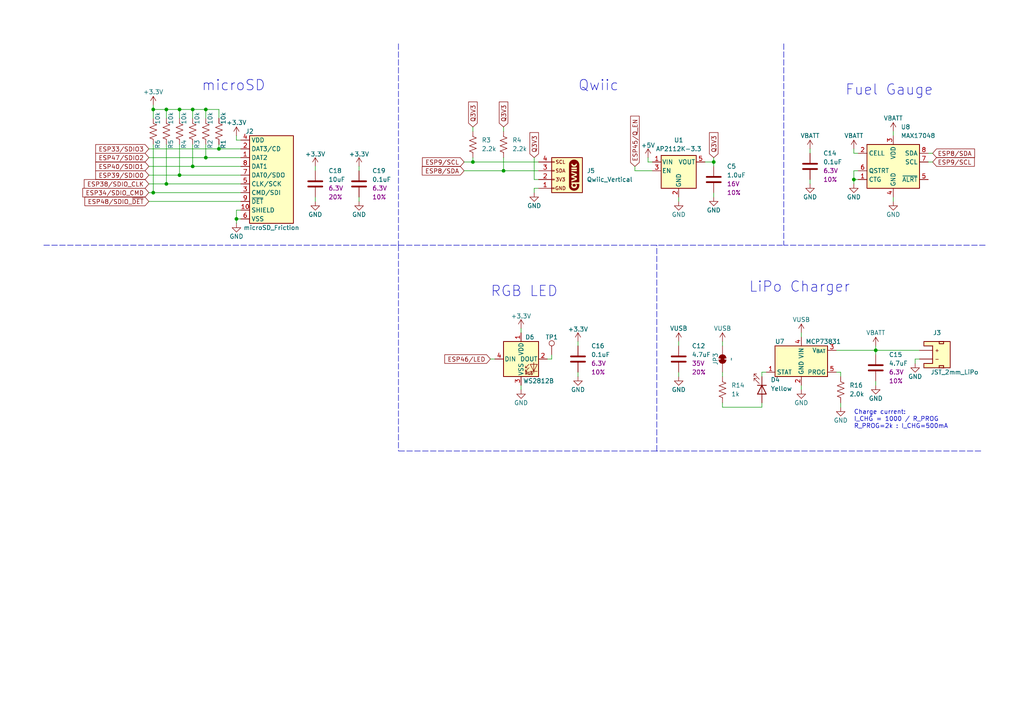
<source format=kicad_sch>
(kicad_sch (version 20230121) (generator eeschema)
  (paper "A4")
  (lib_symbols
    (symbol "SparkFun-Capacitor:0.1uF_0402_6.3V_10%" (pin_numbers hide) (pin_names (offset 0.254))
      (property "Reference" "C" (at 0.635 2.54 0))
      (property "Value" "0.1uF" (at 0.635 -2.54 0))
      (property "Voltage" "6.3V" (at 0 -6.35 0))
      (property "Tolerance" "10%" (at 0 -8.89 0))
      (symbol "0.1uF_0402_6.3V_10%_1_1"
        (pin passive line (at 0 3.81 270) (length 2.794) (name "~") (number "1"))
        (pin passive line (at 0 -3.81 90) (length 2.794) (name "~") (number "2"))
      )
    )
    (symbol "SparkFun-Capacitor:1.0uF_0402_16V_10%" (pin_numbers hide) (pin_names (offset 0.254))
      (property "Reference" "C" (at 0.635 2.54 0))
      (property "Value" "1.0uF" (at 0.635 -2.54 0))
      (property "Voltage" "16V" (at 0 -6.35 0))
      (property "Tolerance" "10%" (at 0 -8.89 0))
      (symbol "1.0uF_0402_16V_10%_1_1"
        (pin passive line (at 0 3.81 270) (length 2.794) (name "~") (number "1"))
        (pin passive line (at 0 -3.81 90) (length 2.794) (name "~") (number "2"))
      )
    )
    (symbol "SparkFun-Capacitor:10uF_0402_6.3V_20%" (pin_numbers hide) (pin_names (offset 0.254))
      (property "Reference" "C" (at 0.635 2.54 0))
      (property "Value" "10uF" (at 0.635 -2.54 0))
      (property "Voltage" "6.3V" (at 0 -6.35 0))
      (property "Tolerance" "20%" (at 0 -8.89 0))
      (symbol "10uF_0402_6.3V_20%_1_1"
        (pin passive line (at 0 3.81 270) (length 2.794) (name "~") (number "1"))
        (pin passive line (at 0 -3.81 90) (length 2.794) (name "~") (number "2"))
      )
    )
    (symbol "SparkFun-Capacitor:4.7uF_0402_6.3V_10%" (pin_numbers hide) (pin_names (offset 0.254))
      (property "Reference" "C" (at 0.635 2.54 0))
      (property "Value" "4.7uF" (at 0.635 -2.54 0))
      (property "Voltage" "6.3V" (at 0 -6.35 0))
      (property "Tolerance" "10%" (at 0 -8.89 0))
      (symbol "4.7uF_0402_6.3V_10%_1_1"
        (pin passive line (at 0 3.81 270) (length 2.794) (name "~") (number "1"))
        (pin passive line (at 0 -3.81 90) (length 2.794) (name "~") (number "2"))
      )
    )
    (symbol "SparkFun-Capacitor:4.7uF_0603_35V_20%" (pin_numbers hide) (pin_names (offset 0.254))
      (property "Reference" "C" (at 0.635 2.54 0))
      (property "Value" "4.7uF" (at 0.635 -2.54 0))
      (property "Voltage" "35V" (at 0 -6.35 0))
      (property "Tolerance" "20%" (at 0 -8.89 0))
      (symbol "4.7uF_0603_35V_20%_1_1"
        (pin passive line (at 0 3.81 270) (length 2.794) (name "~") (number "1"))
        (pin passive line (at 0 -3.81 90) (length 2.794) (name "~") (number "2"))
      )
    )
    (symbol "SparkFun-Connector:Conn_01x02_JST_2mm_LiPo" (pin_numbers hide) (pin_names (offset 1.016) hide)
      (property "Reference" "J" (at 0 5.08 0))
      (property "Value" "JST_2mm_LiPo" (at 0 -8.89 0))
      (symbol "Conn_01x02_JST_2mm_LiPo_1_1"
        (text "+" (at 0 0 0) (effects (font (size 1 1))))
        (text "-" (at 0 -2.54 0) (effects (font (size 1 1))))
        (pin passive line (at -5.08 -2.54 0) (length 3.81) (name "-") (number "1"))
        (pin passive line (at -5.08 0 0) (length 3.81) (name "+") (number "2"))
      )
    )
    (symbol "SparkFun-Connector:Qwiic_Right_Angle" (pin_names (offset 1.016) hide)
      (property "Reference" "J" (at 0 5.08 0))
      (property "Value" "Qwiic_RA" (at 0 -7.62 0))
      (symbol "Qwiic_Right_Angle_1_1"
        (text "3V3" (at 1.27 -2.54 0) (effects (font (size 1 1))))
        (text "GND" (at 1.27 -5.08 0) (effects (font (size 1 1))))
        (text "SCL" (at 1.27 2.54 0) (effects (font (size 1 1))))
        (text "SDA" (at 1.27 0 0) (effects (font (size 1 1))))
        (pin passive line (at -5.08 -5.08 0) (length 3.81) (name "Pin_1") (number "1"))
        (pin passive line (at -5.08 -2.54 0) (length 3.81) (name "Pin_2") (number "2"))
        (pin passive line (at -5.08 0 0) (length 3.81) (name "Pin_3") (number "3"))
        (pin passive line (at -5.08 2.54 0) (length 3.81) (name "Pin_4") (number "4"))
        (pin no_connect line (at 2.54 3.81 270) (length 2.54) hide (name "NC") (number "NC1"))
        (pin no_connect line (at 2.54 3.81 270) (length 2.54) hide (name "NC") (number "NC2"))
      )
    )
    (symbol "SparkFun-Connector:TestPoint_1.0mm" (pin_numbers hide) (pin_names (offset 0.762) hide)
      (property "Reference" "TP" (at 0 5.08 0))
      (symbol "TestPoint_1.0mm_1_1"
        (pin passive line (at 0 0 90) (length 2.54) (name "1") (number "1"))
      )
    )
    (symbol "SparkFun-Connector:microSD_Friction"
      (property "Reference" "J" (at -6.35 15.24 0))
      (property "Value" "microSD_Friction" (at 0 -12.7 0))
      (symbol "microSD_Friction_1_1"
        (pin bidirectional line (at -8.89 7.62 0) (length 2.54) (name "DAT2") (number "1"))
        (pin passive line (at -8.89 -7.62 0) (length 2.54) (name "SHIELD") (number "10"))
        (pin bidirectional line (at -8.89 10.16 0) (length 2.54) (name "DAT3/CD") (number "2"))
        (pin input line (at -8.89 -2.54 0) (length 2.54) (name "CMD/SDI") (number "3"))
        (pin power_in line (at -8.89 12.7 0) (length 2.54) (name "VDD") (number "4"))
        (pin input line (at -8.89 0 0) (length 2.54) (name "CLK/SCK") (number "5"))
        (pin power_in line (at -8.89 -10.16 0) (length 2.54) (name "VSS") (number "6"))
        (pin bidirectional line (at -8.89 2.54 0) (length 2.54) (name "DAT0/SDO") (number "7"))
        (pin bidirectional line (at -8.89 5.08 0) (length 2.54) (name "DAT1") (number "8"))
        (pin passive line (at -8.89 -5.08 0) (length 2.54) (name "~{DET}") (number "9"))
      )
    )
    (symbol "SparkFun-IC-Power:MAX17048"
      (property "Reference" "U" (at -6.35 7.62 0))
      (property "Value" "MAX17048" (at 2.54 7.62 0))
      (symbol "MAX17048_1_1"
        (pin input line (at -10.16 -3.81 0) (length 2.54) (name "CTG") (number "1"))
        (pin power_in line (at -10.16 3.81 0) (length 2.54) (name "CELL") (number "2"))
        (pin power_in line (at 0 8.89 270) (length 2.54) (name "VDD") (number "3"))
        (pin power_in line (at 0 -8.89 90) (length 2.54) (name "GND") (number "4"))
        (pin output line (at 10.16 -3.81 180) (length 2.54) (name "~{ALRT}") (number "5"))
        (pin input line (at -10.16 -1.27 0) (length 2.54) (name "QSTRT") (number "6"))
        (pin bidirectional line (at 10.16 1.27 180) (length 2.54) (name "SCL") (number "7"))
        (pin bidirectional line (at 10.16 3.81 180) (length 2.54) (name "SDA") (number "8"))
      )
    )
    (symbol "SparkFun-IC-Power:MCP73831"
      (property "Reference" "U" (at -7.62 6.35 0))
      (property "Value" "MCP73831" (at 1.27 6.35 0))
      (symbol "MCP73831_1_1"
        (pin output line (at -10.16 -2.54 0) (length 2.54) (name "STAT") (number "1"))
        (pin power_in line (at 0 -6.35 90) (length 2.54) (name "GND") (number "2"))
        (pin power_out line (at 10.16 3.81 180) (length 2.54) (name "V_{BAT}") (number "3"))
        (pin power_in line (at 0 7.62 270) (length 2.54) (name "VIN") (number "4"))
        (pin input line (at 10.16 -2.54 180) (length 2.54) (name "PROG") (number "5"))
      )
    )
    (symbol "SparkFun-Jumper:SolderJumper_2_Bridged" (pin_numbers hide) (pin_names (offset 0) hide)
      (property "Reference" "JP" (at 0 2.032 0))
      (property "Value" "~" (at 0 -2.54 0))
      (symbol "SolderJumper_2_Bridged_1_1"
        (pin passive line (at -3.81 0 0) (length 2.54) (name "A") (number "1"))
        (pin passive line (at 3.81 0 180) (length 2.54) (name "B") (number "2"))
      )
    )
    (symbol "SparkFun-LED:LED_Yellow_0603" (pin_numbers hide) (pin_names (offset 1.016) hide)
      (property "Reference" "D" (at 0 2.54 0))
      (property "Value" "Yellow" (at 0 -2.54 0))
      (symbol "LED_Yellow_0603_1_1"
        (pin passive line (at -3.81 0 0) (length 2.54) (name "K") (number "1"))
        (pin passive line (at 3.81 0 180) (length 2.54) (name "A") (number "2"))
      )
    )
    (symbol "SparkFun-LED:WS2812B_2020" (pin_names (offset 0.254))
      (property "Reference" "D" (at -5.08 6.35 0))
      (property "Value" "WS2812B" (at 5.08 -6.35 0))
      (symbol "WS2812B_2020_0_0"
        (text "RGB" (at 2.286 -4.191 0) (effects (font (size 0.762 0.762))))
      )
      (symbol "WS2812B_2020_1_1"
        (pin power_in line (at 0 7.62 270) (length 2.54) (name "VDD") (number "1"))
        (pin output line (at 7.62 0 180) (length 2.54) (name "DOUT") (number "2"))
        (pin power_in line (at 0 -7.62 90) (length 2.54) (name "VSS") (number "3"))
        (pin input line (at -7.62 0 0) (length 2.54) (name "DIN") (number "4"))
      )
    )
    (symbol "SparkFun-PowerSymbol:GND" (power) (pin_names (offset 0))
      (property "Value" "GND" (at 0 -3.81 0))
      (symbol "GND_1_1"
        (pin power_in line (at 0 0 270) (length 0) hide (name "GND") (number "1"))
      )
    )
    (symbol "SparkFun-PowerSymbol:VBATT" (power) (pin_names (offset 0))
      (property "Value" "VBATT" (at 0 3.81 0))
      (symbol "VBATT_1_1"
        (pin power_in line (at 0 0 90) (length 0) hide (name "VBATT") (number "1"))
      )
    )
    (symbol "SparkFun-PowerSymbol:VUSB" (power) (pin_names (offset 0))
      (property "Value" "VUSB" (at 0 3.81 0))
      (symbol "VUSB_1_1"
        (pin power_in line (at 0 0 90) (length 0) hide (name "VUSB") (number "1"))
      )
    )
    (symbol "SparkFun-Regulator:AP2112K-3.3" (pin_names (offset 0.254))
      (property "Reference" "U3" (at 0 8.89 0))
      (property "Value" "AP2112K-3.3" (at 0 6.35 0))
      (symbol "AP2112K-3.3_1_1"
        (pin power_in line (at -7.62 2.54 0) (length 2.54) (name "VIN") (number "1"))
        (pin power_in line (at 0 -7.62 90) (length 2.54) (name "GND") (number "2"))
        (pin input line (at -7.62 0 0) (length 2.54) (name "EN") (number "3"))
        (pin no_connect line (at 5.08 0 180) (length 2.54) hide (name "NC") (number "4"))
        (pin power_out line (at 7.62 2.54 180) (length 2.54) (name "VOUT") (number "5"))
      )
    )
    (symbol "SparkFun-Resistor:10k_0402" (pin_numbers hide) (pin_names (offset 0))
      (property "Reference" "R" (at 0 -2.54 0))
      (property "Value" "10k" (at 0 2.54 0))
      (symbol "10k_0402_1_1"
        (pin passive line (at 3.81 0 180) (length 1.27) (name "~") (number "1"))
        (pin passive line (at -3.81 0 0) (length 1.27) (name "~") (number "2"))
      )
    )
    (symbol "SparkFun-Resistor:1k_0402" (pin_numbers hide) (pin_names (offset 0))
      (property "Reference" "R" (at 0 -2.54 0))
      (property "Value" "1k" (at 0 2.54 0))
      (symbol "1k_0402_1_1"
        (pin passive line (at 3.81 0 180) (length 1.27) (name "~") (number "1"))
        (pin passive line (at -3.81 0 0) (length 1.27) (name "~") (number "2"))
      )
    )
    (symbol "SparkFun-Resistor:2.0k_0402" (pin_numbers hide) (pin_names (offset 0))
      (property "Reference" "R" (at 0 -2.54 0))
      (property "Value" "2.0k" (at 0 2.54 0))
      (symbol "2.0k_0402_1_1"
        (pin passive line (at 3.81 0 180) (length 1.27) (name "~") (number "1"))
        (pin passive line (at -3.81 0 0) (length 1.27) (name "~") (number "2"))
      )
    )
    (symbol "SparkFun-Resistor:2.2k_0402" (pin_numbers hide) (pin_names (offset 0))
      (property "Reference" "R" (at 0 -2.54 0))
      (property "Value" "2.2k" (at 0 2.54 0))
      (symbol "2.2k_0402_1_1"
        (pin passive line (at 3.81 0 180) (length 1.27) (name "~") (number "1"))
        (pin passive line (at -3.81 0 0) (length 1.27) (name "~") (number "2"))
      )
    )
    (symbol "power:+3.3V" (power) (pin_names (offset 0))
      (property "Value" "+3.3V" (at 0 3.556 0))
      (symbol "+3.3V_1_1"
        (pin power_in line (at 0 0 90) (length 0) hide (name "+3.3V") (number "1"))
      )
    )
    (symbol "power:+5V" (power) (pin_names (offset 0))
      (property "Value" "+5V" (at 0 3.556 0))
      (symbol "+5V_1_1"
        (pin power_in line (at 0 0 90) (length 0) hide (name "+5V") (number "1"))
      )
    )
    (symbol "power:GND" (power) (pin_names (offset 0))
      (property "Value" "GND" (at 0 -3.81 0))
      (symbol "GND_1_1"
        (pin power_in line (at 0 0 270) (length 0) hide (name "GND") (number "1"))
      )
    )
  )
  (junction (at 52.07 31.75))
  (junction (at 55.88 31.75))
  (junction (at 48.26 31.75))
  (junction (at 52.07 50.8))
  (junction (at 254 101.6))
  (junction (at 59.69 31.75))
  (junction (at 44.45 31.75))
  (junction (at 207.01 46.99))
  (junction (at 44.45 55.88))
  (junction (at 55.88 48.26))
  (junction (at 137.16 46.99))
  (junction (at 48.26 53.34))
  (junction (at 63.5 43.18))
  (junction (at 146.05 49.53))
  (junction (at 247.65 52.07))
  (junction (at 68.58 63.5))
  (junction (at 59.69 45.72))
  (wire (pts (xy 269.24 44.45) (xy 270.51 44.45)))
  (wire (pts (xy 158.75 104.14) (xy 160.02 104.14)))
  (wire (pts (xy 234.95 43.18) (xy 234.95 44.45)))
  (wire (pts (xy 248.92 44.45) (xy 247.65 44.45)))
  (polyline (pts (xy 284.48 130.81) (xy 190.5 130.81)) (stroke (width 0) (type dash)))
  (polyline (pts (xy 190.5 130.81) (xy 190.5 71.12)) (stroke (width 0) (type dash)))
  (wire (pts (xy 265.43 104.14) (xy 266.7 104.14)))
  (wire (pts (xy 220.98 118.11) (xy 209.55 118.11)))
  (wire (pts (xy 59.69 45.72) (xy 69.85 45.72)))
  (wire (pts (xy 43.18 53.34) (xy 48.26 53.34)))
  (wire (pts (xy 247.65 52.07) (xy 247.65 53.34)))
  (wire (pts (xy 187.96 45.72) (xy 187.96 46.99)))
  (wire (pts (xy 68.58 39.37) (xy 68.58 40.64)))
  (wire (pts (xy 207.01 45.72) (xy 207.01 46.99)))
  (wire (pts (xy 91.44 58.42) (xy 91.44 57.15)))
  (wire (pts (xy 63.5 41.91) (xy 63.5 43.18)))
  (wire (pts (xy 187.96 46.99) (xy 189.23 46.99)))
  (wire (pts (xy 52.07 31.75) (xy 52.07 34.29)))
  (wire (pts (xy 137.16 45.72) (xy 137.16 46.99)))
  (wire (pts (xy 43.18 50.8) (xy 52.07 50.8)))
  (wire (pts (xy 43.18 55.88) (xy 44.45 55.88)))
  (wire (pts (xy 43.18 43.18) (xy 63.5 43.18)))
  (wire (pts (xy 44.45 31.75) (xy 48.26 31.75)))
  (wire (pts (xy 154.94 54.61) (xy 154.94 55.88)))
  (wire (pts (xy 48.26 41.91) (xy 48.26 53.34)))
  (wire (pts (xy 154.94 52.07) (xy 156.21 52.07)))
  (wire (pts (xy 247.65 43.18) (xy 247.65 44.45)))
  (wire (pts (xy 43.18 58.42) (xy 69.85 58.42)))
  (wire (pts (xy 63.5 43.18) (xy 69.85 43.18)))
  (wire (pts (xy 134.62 49.53) (xy 146.05 49.53)))
  (polyline (pts (xy 115.57 71.12) (xy 115.57 130.81)) (stroke (width 0) (type dash)))
  (wire (pts (xy 259.08 58.42) (xy 259.08 57.15)))
  (wire (pts (xy 137.16 36.83) (xy 137.16 38.1)))
  (wire (pts (xy 55.88 41.91) (xy 55.88 48.26)))
  (wire (pts (xy 242.57 101.6) (xy 254 101.6)))
  (wire (pts (xy 52.07 31.75) (xy 55.88 31.75)))
  (wire (pts (xy 160.02 102.87) (xy 160.02 104.14)))
  (wire (pts (xy 207.01 46.99) (xy 207.01 48.26)))
  (wire (pts (xy 44.45 30.48) (xy 44.45 31.75)))
  (wire (pts (xy 48.26 53.34) (xy 69.85 53.34)))
  (wire (pts (xy 44.45 31.75) (xy 44.45 34.29)))
  (wire (pts (xy 196.85 109.22) (xy 196.85 107.95)))
  (wire (pts (xy 247.65 52.07) (xy 248.92 52.07)))
  (wire (pts (xy 154.94 45.72) (xy 154.94 52.07)))
  (wire (pts (xy 243.84 118.11) (xy 243.84 116.84)))
  (polyline (pts (xy 12.7 71.12) (xy 227.33 71.12)) (stroke (width 0) (type dash)))
  (wire (pts (xy 232.41 113.03) (xy 232.41 111.76)))
  (wire (pts (xy 151.13 111.76) (xy 151.13 113.03)))
  (wire (pts (xy 254 100.33) (xy 254 101.6)))
  (wire (pts (xy 259.08 38.1) (xy 259.08 39.37)))
  (wire (pts (xy 167.64 99.06) (xy 167.64 100.33)))
  (wire (pts (xy 134.62 46.99) (xy 137.16 46.99)))
  (wire (pts (xy 69.85 40.64) (xy 68.58 40.64)))
  (wire (pts (xy 189.23 49.53) (xy 184.15 49.53)))
  (polyline (pts (xy 115.57 12.7) (xy 115.57 71.12)) (stroke (width 0) (type dash)))
  (wire (pts (xy 146.05 45.72) (xy 146.05 49.53)))
  (wire (pts (xy 48.26 31.75) (xy 48.26 34.29)))
  (wire (pts (xy 222.25 107.95) (xy 220.98 107.95)))
  (wire (pts (xy 91.44 49.53) (xy 91.44 48.26)))
  (wire (pts (xy 63.5 31.75) (xy 63.5 34.29)))
  (polyline (pts (xy 190.5 130.81) (xy 115.57 130.81)) (stroke (width 0) (type dash)))
  (wire (pts (xy 209.55 118.11) (xy 209.55 116.84)))
  (wire (pts (xy 196.85 57.15) (xy 196.85 58.42)))
  (wire (pts (xy 104.14 58.42) (xy 104.14 57.15)))
  (wire (pts (xy 55.88 31.75) (xy 55.88 34.29)))
  (wire (pts (xy 234.95 53.34) (xy 234.95 52.07)))
  (wire (pts (xy 254 101.6) (xy 266.7 101.6)))
  (wire (pts (xy 44.45 55.88) (xy 69.85 55.88)))
  (wire (pts (xy 207.01 55.88) (xy 207.01 57.15)))
  (wire (pts (xy 146.05 49.53) (xy 156.21 49.53)))
  (wire (pts (xy 247.65 49.53) (xy 247.65 52.07)))
  (wire (pts (xy 55.88 31.75) (xy 59.69 31.75)))
  (polyline (pts (xy 285.75 71.12) (xy 227.33 71.12)) (stroke (width 0) (type dash)))
  (wire (pts (xy 104.14 49.53) (xy 104.14 48.26)))
  (wire (pts (xy 156.21 54.61) (xy 154.94 54.61)))
  (wire (pts (xy 142.24 104.14) (xy 143.51 104.14)))
  (wire (pts (xy 243.84 109.22) (xy 243.84 107.95)))
  (wire (pts (xy 52.07 41.91) (xy 52.07 50.8)))
  (wire (pts (xy 269.24 46.99) (xy 270.51 46.99)))
  (wire (pts (xy 248.92 49.53) (xy 247.65 49.53)))
  (wire (pts (xy 43.18 45.72) (xy 59.69 45.72)))
  (wire (pts (xy 69.85 60.96) (xy 68.58 60.96)))
  (wire (pts (xy 59.69 31.75) (xy 63.5 31.75)))
  (wire (pts (xy 43.18 48.26) (xy 55.88 48.26)))
  (wire (pts (xy 167.64 109.22) (xy 167.64 107.95)))
  (wire (pts (xy 184.15 48.26) (xy 184.15 49.53)))
  (wire (pts (xy 69.85 63.5) (xy 68.58 63.5)))
  (wire (pts (xy 44.45 41.91) (xy 44.45 55.88)))
  (wire (pts (xy 48.26 31.75) (xy 52.07 31.75)))
  (wire (pts (xy 242.57 107.95) (xy 243.84 107.95)))
  (wire (pts (xy 68.58 63.5) (xy 68.58 64.77)))
  (wire (pts (xy 204.47 46.99) (xy 207.01 46.99)))
  (polyline (pts (xy 227.33 12.7) (xy 227.33 71.12)) (stroke (width 0) (type dash)))
  (wire (pts (xy 209.55 107.95) (xy 209.55 109.22)))
  (wire (pts (xy 146.05 36.83) (xy 146.05 38.1)))
  (wire (pts (xy 59.69 41.91) (xy 59.69 45.72)))
  (wire (pts (xy 52.07 50.8) (xy 69.85 50.8)))
  (wire (pts (xy 232.41 96.52) (xy 232.41 97.79)))
  (wire (pts (xy 220.98 116.84) (xy 220.98 118.11)))
  (wire (pts (xy 254 111.76) (xy 254 110.49)))
  (wire (pts (xy 196.85 99.06) (xy 196.85 100.33)))
  (wire (pts (xy 151.13 95.25) (xy 151.13 96.52)))
  (wire (pts (xy 254 101.6) (xy 254 102.87)))
  (wire (pts (xy 220.98 107.95) (xy 220.98 109.22)))
  (wire (pts (xy 68.58 60.96) (xy 68.58 63.5)))
  (wire (pts (xy 137.16 46.99) (xy 156.21 46.99)))
  (wire (pts (xy 209.55 99.06) (xy 209.55 100.33)))
  (wire (pts (xy 55.88 48.26) (xy 69.85 48.26)))
  (wire (pts (xy 265.43 105.41) (xy 265.43 104.14)))
  (wire (pts (xy 59.69 31.75) (xy 59.69 34.29)))
  (text "LiPo Charger" (at 217.17 85.09 0) (effects (font (size 3 3)) (justify left bottom)))
  (text "Fuel Gauge" (at 245.11 27.94 0) (effects (font (size 3 3)) (justify left bottom)))
  (text "microSD" (at 58.42 26.67 0) (effects (font (size 3 3)) (justify left bottom)))
  (text "Charge current:\nI_CHG = 1000 / R_PROG\nR_PROG=2k : I_CHG=500mA" (at 247.65 124.46 0) (effects (font (size 1.27 1.27)) (justify left bottom)))
  (text "RGB LED" (at 142.24 86.36 0) (effects (font (size 3 3)) (justify left bottom)))
  (text "Qwiic" (at 167.64 26.67 0) (effects (font (size 3 3)) (justify left bottom)))
  (global_label "ESP9{slash}SCL" (shape input) (at 134.62 46.99 180) (property "Intersheetrefs" "${INTERSHEET_REFS}" (effects hide)))
  (global_label "Q3V3" (shape input) (at 207.01 45.72 90) (property "Intersheetrefs" "${INTERSHEET_REFS}" (effects hide)))
  (global_label "ESP45{slash}Q_EN" (shape input) (at 184.15 48.26 90) (property "Intersheetrefs" "${INTERSHEET_REFS}" (effects hide)))
  (global_label "ESP8{slash}SDA" (shape input) (at 270.51 44.45 0) (property "Intersheetrefs" "${INTERSHEET_REFS}" (effects hide)))
  (global_label "Q3V3" (shape input) (at 146.05 36.83 90) (property "Intersheetrefs" "${INTERSHEET_REFS}" (effects hide)))
  (global_label "ESP40{slash}SDIO1" (shape input) (at 43.18 48.26 180) (property "Intersheetrefs" "${INTERSHEET_REFS}" (effects hide)))
  (global_label "Q3V3" (shape input) (at 137.16 36.83 90) (property "Intersheetrefs" "${INTERSHEET_REFS}" (effects hide)))
  (global_label "ESP34{slash}SDIO_CMD" (shape input) (at 43.18 55.88 180) (property "Intersheetrefs" "${INTERSHEET_REFS}" (effects hide)))
  (global_label "ESP46{slash}LED" (shape input) (at 142.24 104.14 180) (property "Intersheetrefs" "${INTERSHEET_REFS}" (effects hide)))
  (global_label "ESP38{slash}SDIO_CLK" (shape input) (at 43.18 53.34 180) (property "Intersheetrefs" "${INTERSHEET_REFS}" (effects hide)))
  (global_label "ESP48{slash}SDIO_~{DET}" (shape input) (at 43.18 58.42 180) (property "Intersheetrefs" "${INTERSHEET_REFS}" (effects hide)))
  (global_label "ESP9{slash}SCL" (shape input) (at 270.51 46.99 0) (property "Intersheetrefs" "${INTERSHEET_REFS}" (effects hide)))
  (global_label "ESP39{slash}SDIO0" (shape input) (at 43.18 50.8 180) (property "Intersheetrefs" "${INTERSHEET_REFS}" (effects hide)))
  (global_label "ESP8{slash}SDA" (shape input) (at 134.62 49.53 180) (property "Intersheetrefs" "${INTERSHEET_REFS}" (effects hide)))
  (global_label "ESP47{slash}SDIO2" (shape input) (at 43.18 45.72 180) (property "Intersheetrefs" "${INTERSHEET_REFS}" (effects hide)))
  (global_label "Q3V3" (shape input) (at 154.94 45.72 90) (property "Intersheetrefs" "${INTERSHEET_REFS}" (effects hide)))
  (global_label "ESP33{slash}SDIO3" (shape input) (at 43.18 43.18 180) (property "Intersheetrefs" "${INTERSHEET_REFS}" (effects hide)))
  (symbol (lib_id "SparkFun-Capacitor:0.1uF_0402_6.3V_10%") (at 167.64 104.14 0) (unit 1)
    (property "Reference" "C16" (at 171.45 100.33 0) (effects (justify left)))
    (property "Value" "0.1uF" (at 171.45 102.87 0) (effects (justify left)))
    (property "Footprint" "SparkFun-Capacitor:C_0402_1005Metric" (effects hide))
    (property "Datasheet" "https://cdn.sparkfun.com/assets/8/a/4/a/5/Kemet_Capacitor_Datasheet.pdf" (effects hide))
    (property "PROD_ID" "CAP-14993" (effects hide))
    (property "Voltage" "6.3V" (at 171.45 105.41 0) (effects (justify left)))
    (property "Tolerance" "10%" (at 171.45 107.95 0) (effects (justify left)))
    (instances (project "SparkFun_Thing_Plus_ESP32-S3" (path "" (reference "C16") (unit 1)) (path "" (reference "C8") (unit 1))))
  )
  (symbol (lib_id "SparkFun-PowerSymbol:VUSB") (at 196.85 99.06 0) (unit 1)
    (property "Reference" "#PWR013" (effects hide))
    (property "Value" "VUSB" (at 196.85 95.25 0))
  )
  (symbol (lib_id "SparkFun-Resistor:10k_0402") (at 59.69 38.1 90) (unit 1)
    (property "Reference" "R2" (at 60.96 43.18 0) (effects (justify left)))
    (property "Value" "10k" (at 60.96 34.29 0))
    (property "Footprint" "SparkFun-Resistor:R_0402_1005Metric" (effects hide))
    (property "Datasheet" "https://www.vishay.com/docs/20035/dcrcwe3.pdf" (effects hide))
    (property "PROD_ID" "RES-14241" (effects hide))
    (instances (project "SparkFun_Thing_Plus_ESP32-S3" (path "" (reference "R2") (unit 1)) (path "" (reference "R5") (unit 1))))
  )
  (symbol (lib_id "SparkFun-PowerSymbol:GND") (at 154.94 55.88 0) (unit 1)
    (property "Reference" "#PWR0124" (effects hide))
    (property "Value" "GND" (at 154.94 59.69 0))
    (instances (project "SparkFun_ESP32_Qwiic_Pro_Mini" (path "" (reference "#PWR0124") (unit 1))) (project "SparkFun_Thing_Plus_ESP32-S3" (path "" (reference "#PWR0133") (unit 1)) (path "" (reference "#PWR033") (unit 1))))
  )
  (symbol (lib_id "SparkFun-Resistor:10k_0402") (at 55.88 38.1 90) (unit 1)
    (property "Reference" "R3" (at 57.15 43.18 0) (effects (justify left)))
    (property "Value" "10k" (at 57.15 34.29 0))
    (property "Footprint" "SparkFun-Resistor:R_0402_1005Metric" (effects hide))
    (property "Datasheet" "https://www.vishay.com/docs/20035/dcrcwe3.pdf" (effects hide))
    (property "PROD_ID" "RES-14241" (effects hide))
    (instances (project "SparkFun_Thing_Plus_ESP32-S3" (path "" (reference "R3") (unit 1)) (path "" (reference "R4") (unit 1))))
  )
  (symbol (lib_id "SparkFun-Resistor:2.2k_0402") (at 146.05 41.91 90) (unit 1)
    (property "Reference" "R4" (at 148.59 40.64 90) (effects (justify right)))
    (property "Value" "2.2k" (at 148.59 43.18 90) (effects (justify right)))
    (property "Footprint" "SparkFun-Resistor:R_0402_1005Metric" (effects hide))
    (property "Datasheet" "https://www.vishay.com/docs/20035/dcrcwe3.pdf" (effects hide))
    (property "PROD_ID" "RES-14341" (effects hide))
    (instances (project "SparkFun_ESP32_Qwiic_Pro_Mini" (path "" (reference "R4") (unit 1))) (project "SparkFun_Thing_Plus_ESP32-S3" (path "" (reference "R18") (unit 1)) (path "" (reference "R15") (unit 1))))
  )
  (symbol (lib_id "SparkFun-Capacitor:4.7uF_0402_6.3V_10%") (at 254 106.68 0) (unit 1)
    (property "Reference" "C15" (at 257.81 102.87 0) (effects (justify left)))
    (property "Value" "4.7uF" (at 257.81 105.41 0) (effects (justify left)))
    (property "Footprint" "SparkFun-Capacitor:C_0402_1005Metric" (effects hide))
    (property "Datasheet" "https://cdn.sparkfun.com/assets/8/a/4/a/5/Kemet_Capacitor_Datasheet.pdf" (effects hide))
    (property "PROD_ID" "CAP-14240" (effects hide))
    (property "Voltage" "6.3V" (at 257.81 107.95 0) (effects (justify left)))
    (property "Tolerance" "10%" (at 257.81 110.49 0) (effects (justify left)))
    (instances (project "SparkFun_Thing_Plus_ESP32-S3" (path "" (reference "C15") (unit 1)) (path "" (reference "C12") (unit 1))))
  )
  (symbol (lib_id "SparkFun-Capacitor:4.7uF_0603_35V_20%") (at 196.85 104.14 0) (unit 1)
    (property "Reference" "C12" (at 200.66 100.33 0) (effects (justify left)))
    (property "Value" "4.7uF" (at 200.66 102.87 0) (effects (justify left)))
    (property "Footprint" "SparkFun-Capacitor:C_0603_1608Metric" (effects hide))
    (property "Datasheet" "https://cdn.sparkfun.com/assets/8/a/4/a/5/Kemet_Capacitor_Datasheet.pdf" (effects hide))
    (property "PROD_ID" "CAP-14106" (effects hide))
    (property "Voltage" "35V" (at 200.66 105.41 0) (effects (justify left)))
    (property "Tolerance" "20%" (at 200.66 107.95 0) (effects (justify left)))
    (instances (project "SparkFun_Thing_Plus_ESP32-S3" (path "" (reference "C12") (unit 1)) (path "" (reference "C9") (unit 1))))
  )
  (symbol (lib_id "power:+3.3V") (at 44.45 30.48 0) (unit 1)
    (property "Reference" "#PWR06" (effects hide))
    (property "Value" "+3.3V" (at 44.45 26.67 0))
  )
  (symbol (lib_id "power:GND") (at 68.58 64.77 0) (unit 1)
    (property "Reference" "#PWR0131" (effects hide))
    (property "Value" "GND" (at 68.58 68.58 0))
    (instances (project "SparkFun_Thing_Plus_ESP32-S3" (path "" (reference "#PWR0131") (unit 1)) (path "" (reference "#PWR017") (unit 1))))
  )
  (symbol (lib_id "power:+3.3V") (at 91.44 48.26 0) (unit 1)
    (property "Reference" "#PWR0126" (effects hide))
    (property "Value" "+3.3V" (at 91.44 44.704 0))
    (instances (project "SparkFun_Thing_Plus_ESP32-S3" (path "" (reference "#PWR0126") (unit 1)) (path "" (reference "#PWR034") (unit 1))))
  )
  (symbol (lib_id "power:GND") (at 234.95 53.34 0) (unit 1)
    (property "Reference" "#PWR0101" (effects hide))
    (property "Value" "GND" (at 234.95 57.15 0))
    (instances (project "SparkFun_Thing_Plus_ESP32-S3" (path "" (reference "#PWR0101") (unit 1)) (path "" (reference "#PWR026") (unit 1))))
  )
  (symbol (lib_id "SparkFun-Resistor:10k_0402") (at 63.5 38.1 90) (unit 1)
    (property "Reference" "R1" (at 64.77 43.18 0) (effects (justify left)))
    (property "Value" "10k" (at 64.77 34.29 0))
    (property "Footprint" "SparkFun-Resistor:R_0402_1005Metric" (effects hide))
    (property "Datasheet" "https://www.vishay.com/docs/20035/dcrcwe3.pdf" (effects hide))
    (property "PROD_ID" "RES-14241" (effects hide))
    (instances (project "SparkFun_Thing_Plus_ESP32-S3" (path "" (reference "R1") (unit 1)) (path "" (reference "R6") (unit 1))))
  )
  (symbol (lib_id "SparkFun-Connector:TestPoint_1.0mm") (at 160.02 102.87 0) (unit 1)
    (property "Reference" "TP1" (at 160.02 97.79 0))
    (property "Value" "1.0mm" (effects hide))
    (property "Footprint" "SparkFun-Connector:TestPoint-1.0mm" (effects hide))
  )
  (symbol (lib_id "SparkFun-Resistor:1k_0402") (at 209.55 113.03 270) (unit 1)
    (property "Reference" "R14" (at 212.09 111.76 90) (effects (justify left)))
    (property "Value" "1k" (at 212.09 114.3 90) (effects (justify left)))
    (property "Footprint" "SparkFun-Resistor:R_0402_1005Metric" (effects hide))
    (property "Datasheet" "https://www.vishay.com/docs/20035/dcrcwe3.pdf" (effects hide))
    (property "PROD_ID" "RES-14342" (effects hide))
  )
  (symbol (lib_id "power:+3.3V") (at 104.14 48.26 0) (unit 1)
    (property "Reference" "#PWR0127" (effects hide))
    (property "Value" "+3.3V" (at 104.14 44.704 0))
    (instances (project "SparkFun_Thing_Plus_ESP32-S3" (path "" (reference "#PWR0127") (unit 1)) (path "" (reference "#PWR036") (unit 1))))
  )
  (symbol (lib_id "SparkFun-Capacitor:1.0uF_0402_16V_10%") (at 207.01 52.07 0) (unit 1)
    (property "Reference" "C5" (at 210.82 48.26 0) (effects (justify left)))
    (property "Value" "1.0uF" (at 210.82 50.8 0) (effects (justify left)))
    (property "Footprint" "SparkFun-Capacitor:C_0402_1005Metric" (effects hide))
    (property "Datasheet" "https://cdn.sparkfun.com/assets/8/a/4/a/5/Kemet_Capacitor_Datasheet.pdf" (effects hide))
    (property "PROD_ID" "CAP-14969" (effects hide))
    (property "Voltage" "16V" (at 210.82 53.34 0) (effects (justify left)))
    (property "Tolerance" "10%" (at 210.82 55.88 0) (effects (justify left)))
    (instances (project "SparkFun_Thing_Plus_ESP32-S3" (path "" (reference "C5") (unit 1)) (path "" (reference "C3") (unit 1))))
  )
  (symbol (lib_id "SparkFun-LED:WS2812B_2020") (at 151.13 104.14 0) (unit 1)
    (property "Reference" "D6" (at 153.67 97.79 0))
    (property "Value" "WS2812B" (at 156.21 110.49 0))
    (property "Footprint" "SparkFun-LED:WS2812-2020" (effects hide))
    (property "Datasheet" "https://cdn.sparkfun.com/datasheets/BreakoutBoards/WS2812B.pdf" (effects hide))
    (property "PROD_ID" "DIO-15591" (effects hide))
  )
  (symbol (lib_id "power:GND") (at 265.43 105.41 0) (unit 1)
    (property "Reference" "#PWR0123" (effects hide))
    (property "Value" "GND" (at 265.43 109.22 0))
    (instances (project "SparkFun_Thing_Plus_ESP32-S3" (path "" (reference "#PWR0123") (unit 1)) (path "" (reference "#PWR047") (unit 1))))
  )
  (symbol (lib_id "power:GND") (at 207.01 57.15 0) (unit 1)
    (property "Reference" "#PWR017" (effects hide))
    (property "Value" "GND" (at 207.01 60.96 0))
    (instances (project "SparkFun_Thing_Plus_ESP32-S3" (path "" (reference "#PWR017") (unit 1)) (path "" (reference "#PWR032") (unit 1))))
  )
  (symbol (lib_id "power:GND") (at 254 111.76 0) (unit 1)
    (property "Reference" "#PWR0122" (effects hide))
    (property "Value" "GND" (at 254 115.57 0))
    (instances (project "SparkFun_Thing_Plus_ESP32-S3" (path "" (reference "#PWR0122") (unit 1)) (path "" (reference "#PWR046") (unit 1))))
  )
  (symbol (lib_id "power:GND") (at 243.84 118.11 0) (unit 1)
    (property "Reference" "#PWR0119" (effects hide))
    (property "Value" "GND" (at 243.84 121.92 0))
    (instances (project "SparkFun_Thing_Plus_ESP32-S3" (path "" (reference "#PWR0119") (unit 1)) (path "" (reference "#PWR044") (unit 1))))
  )
  (symbol (lib_id "power:+3.3V") (at 151.13 95.25 0) (unit 1)
    (property "Reference" "#PWR0104" (effects hide))
    (property "Value" "+3.3V" (at 151.13 91.694 0))
    (instances (project "SparkFun_Thing_Plus_ESP32-S3" (path "" (reference "#PWR0104") (unit 1)) (path "" (reference "#PWR038") (unit 1))))
  )
  (symbol (lib_id "power:GND") (at 104.14 58.42 0) (unit 1)
    (property "Reference" "#PWR0128" (effects hide))
    (property "Value" "GND" (at 104.14 62.23 0))
    (instances (project "SparkFun_Thing_Plus_ESP32-S3" (path "" (reference "#PWR0128") (unit 1)) (path "" (reference "#PWR037") (unit 1))))
  )
  (symbol (lib_id "SparkFun-IC-Power:MAX17048") (at 259.08 48.26 0) (unit 1)
    (property "Reference" "U8" (at 261.2741 36.83 0) (effects (justify left)))
    (property "Value" "MAX17048" (at 261.2741 39.37 0) (effects (justify left)))
    (property "Footprint" "SparkFun-Semiconductor-Standard:DFN-8" (effects hide))
    (property "Datasheet" "https://www.analog.com/media/en/technical-documentation/data-sheets/MAX17048-MAX17049.pdf" (effects hide))
    (property "PROD_ID" "IC-12551" (effects hide))
    (instances (project "SparkFun_Thing_Plus_ESP32-S3" (path "" (reference "U8") (unit 1)) (path "" (reference "U4") (unit 1))))
  )
  (symbol (lib_id "power:GND") (at 91.44 58.42 0) (unit 1)
    (property "Reference" "#PWR0125" (effects hide))
    (property "Value" "GND" (at 91.44 62.23 0))
    (instances (project "SparkFun_Thing_Plus_ESP32-S3" (path "" (reference "#PWR0125") (unit 1)) (path "" (reference "#PWR035") (unit 1))))
  )
  (symbol (lib_id "SparkFun-IC-Power:MCP73831") (at 232.41 105.41 0) (unit 1)
    (property "Reference" "U7" (at 224.79 99.06 0) (effects (justify left)))
    (property "Value" "MCP73831" (at 233.68 99.06 0) (effects (justify left)))
    (property "Footprint" "SparkFun-Semiconductor-Standard:SOT23-5" (effects hide))
    (property "Datasheet" "http://ww1.microchip.com/downloads/en/DeviceDoc/20001984g.pdf" (effects hide))
    (property "PROD_ID" "IC-09995" (effects hide))
    (instances (project "SparkFun_Thing_Plus_ESP32-S3" (path "" (reference "U7") (unit 1)) (path "" (reference "U5") (unit 1))))
  )
  (symbol (lib_id "SparkFun-Regulator:AP2112K-3.3") (at 196.85 49.53 0) (unit 1)
    (property "Reference" "U1" (at 196.85 40.64 0))
    (property "Value" "AP2112K-3.3" (at 196.85 43.18 0))
    (property "Footprint" "SparkFun-Semiconductor-Standard:SOT23-5" (effects hide))
    (property "Datasheet" "https://www.diodes.com/assets/Datasheets/AP2112.pdf" (effects hide))
    (property "PROD_ID" "VREG-12457" (effects hide))
  )
  (symbol (lib_id "power:+3.3V") (at 167.64 99.06 0) (unit 1)
    (property "Reference" "#PWR0112" (effects hide))
    (property "Value" "+3.3V" (at 167.64 95.504 0))
    (instances (project "SparkFun_Thing_Plus_ESP32-S3" (path "" (reference "#PWR0112") (unit 1)) (path "" (reference "#PWR040") (unit 1))))
  )
  (symbol (lib_id "power:GND") (at 259.08 58.42 0) (unit 1)
    (property "Reference" "#PWR0109" (effects hide))
    (property "Value" "GND" (at 259.08 62.23 0))
    (instances (project "SparkFun_Thing_Plus_ESP32-S3" (path "" (reference "#PWR0109") (unit 1)) (path "" (reference "#PWR030") (unit 1))))
  )
  (symbol (lib_id "SparkFun-Connector:Conn_01x02_JST_2mm_LiPo") (at 271.78 101.6 0) (unit 1)
    (property "Reference" "J3" (at 271.78 96.52 0))
    (property "Value" "JST_2mm_LiPo" (at 276.86 107.95 0))
    (property "Footprint" "SparkFun-Connector:JST-2-SMD" (effects hide))
    (property "PROD_ID" "CONN-11443" (effects hide))
  )
  (symbol (lib_id "SparkFun-Resistor:10k_0402") (at 52.07 38.1 90) (unit 1)
    (property "Reference" "R4" (at 53.34 43.18 0) (effects (justify left)))
    (property "Value" "10k" (at 53.34 34.29 0))
    (property "Footprint" "SparkFun-Resistor:R_0402_1005Metric" (effects hide))
    (property "Datasheet" "https://www.vishay.com/docs/20035/dcrcwe3.pdf" (effects hide))
    (property "PROD_ID" "RES-14241" (effects hide))
    (instances (project "SparkFun_Thing_Plus_ESP32-S3" (path "" (reference "R4") (unit 1)) (path "" (reference "R3") (unit 1))))
  )
  (symbol (lib_id "SparkFun-PowerSymbol:VBATT") (at 247.65 43.18 0) (unit 1)
    (property "Reference" "#PWR0107" (effects hide))
    (property "Value" "VBATT" (at 247.65 39.37 0))
    (instances (project "SparkFun_Thing_Plus_ESP32-S3" (path "" (reference "#PWR0107") (unit 1)) (path "" (reference "#PWR027") (unit 1))))
  )
  (symbol (lib_id "SparkFun-Connector:microSD_Friction") (at 78.74 53.34 0) (unit 1)
    (property "Reference" "J2" (at 72.39 38.1 0))
    (property "Value" "microSD_Friction" (at 78.74 66.04 0))
    (property "Footprint" "SparkFun-Connector:microSD_Friction_Fit_Atom" (effects hide))
    (property "Datasheet" "https://tools.molex.com/pdm_docs/sd/1050270001_sd.pdf" (effects hide))
    (property "PROD_ID" "CONN-20948" (effects hide))
  )
  (symbol (lib_id "SparkFun-PowerSymbol:VUSB") (at 209.55 99.06 0) (unit 1)
    (property "Reference" "#PWR015" (effects hide))
    (property "Value" "VUSB" (at 209.55 95.25 0))
    (instances (project "SparkFun_Thing_Plus_ESP32-S3" (path "" (reference "#PWR015") (unit 1)) (path "" (reference "#PWR016") (unit 1))))
  )
  (symbol (lib_id "SparkFun-Connector:Qwiic_Right_Angle") (at 161.29 49.53 0) (unit 1)
    (property "Reference" "J5" (at 170.18 49.53 0) (effects (justify left)))
    (property "Value" "Qwiic_Vertical" (at 170.18 52.07 0) (effects (justify left)))
    (property "Footprint" "SparkFun-Connector:JST04_1MM_RA" (effects hide))
    (property "Datasheet" "https://www.jst-mfg.com/product/pdf/eng/eSH.pdf" (effects hide))
    (property "PROD_ID" "CONN-13694" (effects hide))
    (instances (project "SparkFun_ESP32_Qwiic_Pro_Mini" (path "" (reference "J5") (unit 1))) (project "SparkFun_Thing_Plus_ESP32-S3" (path "" (reference "J5") (unit 1)) (path "" (reference "J4") (unit 1))))
  )
  (symbol (lib_id "SparkFun-PowerSymbol:VBATT") (at 254 100.33 0) (unit 1)
    (property "Reference" "#PWR0121" (effects hide))
    (property "Value" "VBATT" (at 254 96.52 0))
    (instances (project "SparkFun_Thing_Plus_ESP32-S3" (path "" (reference "#PWR0121") (unit 1)) (path "" (reference "#PWR045") (unit 1))))
  )
  (symbol (lib_id "power:GND") (at 247.65 53.34 0) (unit 1)
    (property "Reference" "#PWR0108" (effects hide))
    (property "Value" "GND" (at 247.65 57.15 0))
    (instances (project "SparkFun_Thing_Plus_ESP32-S3" (path "" (reference "#PWR0108") (unit 1)) (path "" (reference "#PWR028") (unit 1))))
  )
  (symbol (lib_id "power:GND") (at 151.13 113.03 0) (unit 1)
    (property "Reference" "#PWR0105" (effects hide))
    (property "Value" "GND" (at 151.13 116.84 0))
    (instances (project "SparkFun_Thing_Plus_ESP32-S3" (path "" (reference "#PWR0105") (unit 1)) (path "" (reference "#PWR039") (unit 1))))
  )
  (symbol (lib_id "power:+5V") (at 187.96 45.72 0) (unit 1)
    (property "Reference" "#PWR011" (effects hide))
    (property "Value" "+5V" (at 187.96 42.164 0))
  )
  (symbol (lib_id "power:+3.3V") (at 68.58 39.37 0) (unit 1)
    (property "Reference" "#PWR0124" (effects hide))
    (property "Value" "+3.3V" (at 68.58 35.56 0))
    (instances (project "SparkFun_Thing_Plus_ESP32-S3" (path "" (reference "#PWR0124") (unit 1)) (path "" (reference "#PWR014") (unit 1))))
  )
  (symbol (lib_id "SparkFun-PowerSymbol:VBATT") (at 259.08 38.1 0) (unit 1)
    (property "Reference" "#PWR0106" (effects hide))
    (property "Value" "VBATT" (at 259.08 34.29 0))
    (instances (project "SparkFun_Thing_Plus_ESP32-S3" (path "" (reference "#PWR0106") (unit 1)) (path "" (reference "#PWR029") (unit 1))))
  )
  (symbol (lib_id "power:GND") (at 196.85 58.42 0) (unit 1)
    (property "Reference" "#PWR014" (effects hide))
    (property "Value" "GND" (at 196.85 62.23 0))
    (instances (project "SparkFun_Thing_Plus_ESP32-S3" (path "" (reference "#PWR014") (unit 1)) (path "" (reference "#PWR031") (unit 1))))
  )
  (symbol (lib_id "SparkFun-Capacitor:0.1uF_0402_6.3V_10%") (at 234.95 48.26 0) (unit 1)
    (property "Reference" "C14" (at 238.76 44.45 0) (effects (justify left)))
    (property "Value" "0.1uF" (at 238.76 46.99 0) (effects (justify left)))
    (property "Footprint" "SparkFun-Capacitor:C_0402_1005Metric" (effects hide))
    (property "Datasheet" "https://cdn.sparkfun.com/assets/8/a/4/a/5/Kemet_Capacitor_Datasheet.pdf" (effects hide))
    (property "PROD_ID" "CAP-14993" (effects hide))
    (property "Voltage" "6.3V" (at 238.76 49.53 0) (effects (justify left)))
    (property "Tolerance" "10%" (at 238.76 52.07 0) (effects (justify left)))
    (instances (project "SparkFun_Thing_Plus_ESP32-S3" (path "" (reference "C14") (unit 1)) (path "" (reference "C2") (unit 1))))
  )
  (symbol (lib_id "SparkFun-Capacitor:10uF_0402_6.3V_20%") (at 91.44 53.34 0) (unit 1)
    (property "Reference" "C18" (at 95.25 49.53 0) (effects (justify left)))
    (property "Value" "10uF" (at 95.25 52.07 0) (effects (justify left)))
    (property "Footprint" "SparkFun-Capacitor:C_0402_1005Metric" (effects hide))
    (property "Datasheet" "https://cdn.sparkfun.com/assets/8/a/4/a/5/Kemet_Capacitor_Datasheet.pdf" (effects hide))
    (property "PROD_ID" "CAP-14848" (effects hide))
    (property "Voltage" "6.3V" (at 95.25 54.61 0) (effects (justify left)))
    (property "Tolerance" "20%" (at 95.25 57.15 0) (effects (justify left)))
    (instances (project "SparkFun_Thing_Plus_ESP32-S3" (path "" (reference "C18") (unit 1)) (path "" (reference "C4") (unit 1))))
  )
  (symbol (lib_id "SparkFun-Capacitor:0.1uF_0402_6.3V_10%") (at 104.14 53.34 0) (unit 1)
    (property "Reference" "C19" (at 107.95 49.53 0) (effects (justify left)))
    (property "Value" "0.1uF" (at 107.95 52.07 0) (effects (justify left)))
    (property "Footprint" "SparkFun-Capacitor:C_0402_1005Metric" (effects hide))
    (property "Datasheet" "https://cdn.sparkfun.com/assets/8/a/4/a/5/Kemet_Capacitor_Datasheet.pdf" (effects hide))
    (property "PROD_ID" "CAP-14993" (effects hide))
    (property "Voltage" "6.3V" (at 107.95 54.61 0) (effects (justify left)))
    (property "Tolerance" "10%" (at 107.95 57.15 0) (effects (justify left)))
    (instances (project "SparkFun_Thing_Plus_ESP32-S3" (path "" (reference "C19") (unit 1)) (path "" (reference "C5") (unit 1))))
  )
  (symbol (lib_id "SparkFun-Resistor:10k_0402") (at 48.26 38.1 90) (unit 1)
    (property "Reference" "R5" (at 49.53 43.18 0) (effects (justify left)))
    (property "Value" "10k" (at 49.53 34.29 0))
    (property "Footprint" "SparkFun-Resistor:R_0402_1005Metric" (effects hide))
    (property "Datasheet" "https://www.vishay.com/docs/20035/dcrcwe3.pdf" (effects hide))
    (property "PROD_ID" "RES-14241" (effects hide))
    (instances (project "SparkFun_Thing_Plus_ESP32-S3" (path "" (reference "R5") (unit 1)) (path "" (reference "R2") (unit 1))))
  )
  (symbol (lib_id "SparkFun-Resistor:2.0k_0402") (at 243.84 113.03 90) (unit 1)
    (property "Reference" "R16" (at 246.38 111.76 90) (effects (justify right)))
    (property "Value" "2.0k" (at 246.38 114.3 90) (effects (justify right)))
    (property "Footprint" "SparkFun-Resistor:R_0402_1005Metric" (effects hide))
    (property "Datasheet" "https://www.vishay.com/docs/20035/dcrcwe3.pdf" (effects hide))
    (property "PROD_ID" "RES-15406" (effects hide))
  )
  (symbol (lib_id "power:GND") (at 167.64 109.22 0) (unit 1)
    (property "Reference" "#PWR0111" (effects hide))
    (property "Value" "GND" (at 167.64 113.03 0))
    (instances (project "SparkFun_Thing_Plus_ESP32-S3" (path "" (reference "#PWR0111") (unit 1)) (path "" (reference "#PWR041") (unit 1))))
  )
  (symbol (lib_id "power:GND") (at 232.41 113.03 0) (unit 1)
    (property "Reference" "#PWR0118" (effects hide))
    (property "Value" "GND" (at 232.41 116.84 0))
    (instances (project "SparkFun_Thing_Plus_ESP32-S3" (path "" (reference "#PWR0118") (unit 1)) (path "" (reference "#PWR043") (unit 1))))
  )
  (symbol (lib_id "SparkFun-Resistor:10k_0402") (at 44.45 38.1 90) (unit 1)
    (property "Reference" "R6" (at 45.72 43.18 0) (effects (justify left)))
    (property "Value" "10k" (at 45.72 34.29 0))
    (property "Footprint" "SparkFun-Resistor:R_0402_1005Metric" (effects hide))
    (property "Datasheet" "https://www.vishay.com/docs/20035/dcrcwe3.pdf" (effects hide))
    (property "PROD_ID" "RES-14241" (effects hide))
    (instances (project "SparkFun_Thing_Plus_ESP32-S3" (path "" (reference "R6") (unit 1)) (path "" (reference "R1") (unit 1))))
  )
  (symbol (lib_id "SparkFun-LED:LED_Yellow_0603") (at 220.98 113.03 270) (unit 1)
    (property "Reference" "D4" (at 223.52 110.1725 90) (effects (justify left)))
    (property "Value" "Yellow" (at 223.52 112.7125 90) (effects (justify left)))
    (property "Footprint" "SparkFun-LED:LED_0603_1608Metric" (effects hide))
    (property "Datasheet" "https://www.kingbrightusa.com/images/catalog/SPEC/APT1608SYCK.pdf" (effects hide))
    (property "PROD_ID" "DIO-09003" (effects hide))
  )
  (symbol (lib_id "SparkFun-Jumper:SolderJumper_2_Bridged") (at 209.55 104.14 90) (unit 1)
    (property "Reference" "JP3" (at 207.518 104.14 0))
    (property "Value" "~" (at 212.09 104.14 0))
    (property "Footprint" "SparkFun-Jumper:SMT-JUMPER_2_NC_TRACE_SILK" (effects hide))
    (instances (project "SparkFun_Thing_Plus_ESP32-S3" (path "" (reference "JP3") (unit 1)) (path "" (reference "JP1") (unit 1))))
  )
  (symbol (lib_id "power:GND") (at 196.85 109.22 0) (unit 1)
    (property "Reference" "#PWR0120" (effects hide))
    (property "Value" "GND" (at 196.85 113.03 0))
    (instances (project "SparkFun_Thing_Plus_ESP32-S3" (path "" (reference "#PWR0120") (unit 1)) (path "" (reference "#PWR015") (unit 1))))
  )
  (symbol (lib_id "SparkFun-PowerSymbol:VBATT") (at 234.95 43.18 0) (unit 1)
    (property "Reference" "#PWR0102" (effects hide))
    (property "Value" "VBATT" (at 234.95 39.37 0))
    (instances (project "SparkFun_Thing_Plus_ESP32-S3" (path "" (reference "#PWR0102") (unit 1)) (path "" (reference "#PWR024") (unit 1))))
  )
  (symbol (lib_id "SparkFun-PowerSymbol:VUSB") (at 232.41 96.52 0) (unit 1)
    (property "Reference" "#PWR016" (effects hide))
    (property "Value" "VUSB" (at 232.41 92.71 0))
    (instances (project "SparkFun_Thing_Plus_ESP32-S3" (path "" (reference "#PWR016") (unit 1)) (path "" (reference "#PWR042") (unit 1))))
  )
  (symbol (lib_id "SparkFun-Resistor:2.2k_0402") (at 137.16 41.91 90) (unit 1)
    (property "Reference" "R3" (at 139.7 40.64 90) (effects (justify right)))
    (property "Value" "2.2k" (at 139.7 43.18 90) (effects (justify right)))
    (property "Footprint" "SparkFun-Resistor:R_0402_1005Metric" (effects hide))
    (property "Datasheet" "https://www.vishay.com/docs/20035/dcrcwe3.pdf" (effects hide))
    (property "PROD_ID" "RES-14341" (effects hide))
    (instances (project "SparkFun_ESP32_Qwiic_Pro_Mini" (path "" (reference "R3") (unit 1))) (project "SparkFun_Thing_Plus_ESP32-S3" (path "" (reference "R17") (unit 1)) (path "" (reference "R12") (unit 1))))
  )
)
</source>
